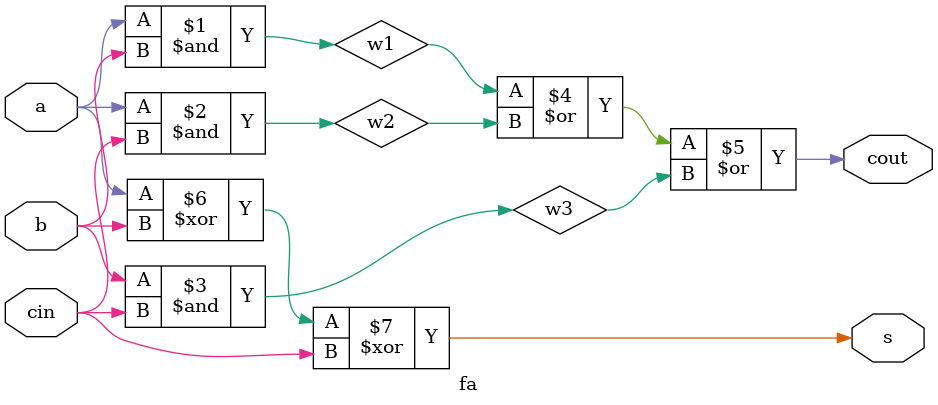
<source format=v>
module fa(
    input a,
    input b,
    input cin,
    output s,
    output cout);
    wire w1,w2,w3;
    and( w1, a, b );
	and( w2, a, cin );
	and( w3, b, cin );
	or( cout, w1, w2, w3 );
	 
         // sum
	xor( s, a, b, cin );
endmodule // fainput a,

</source>
